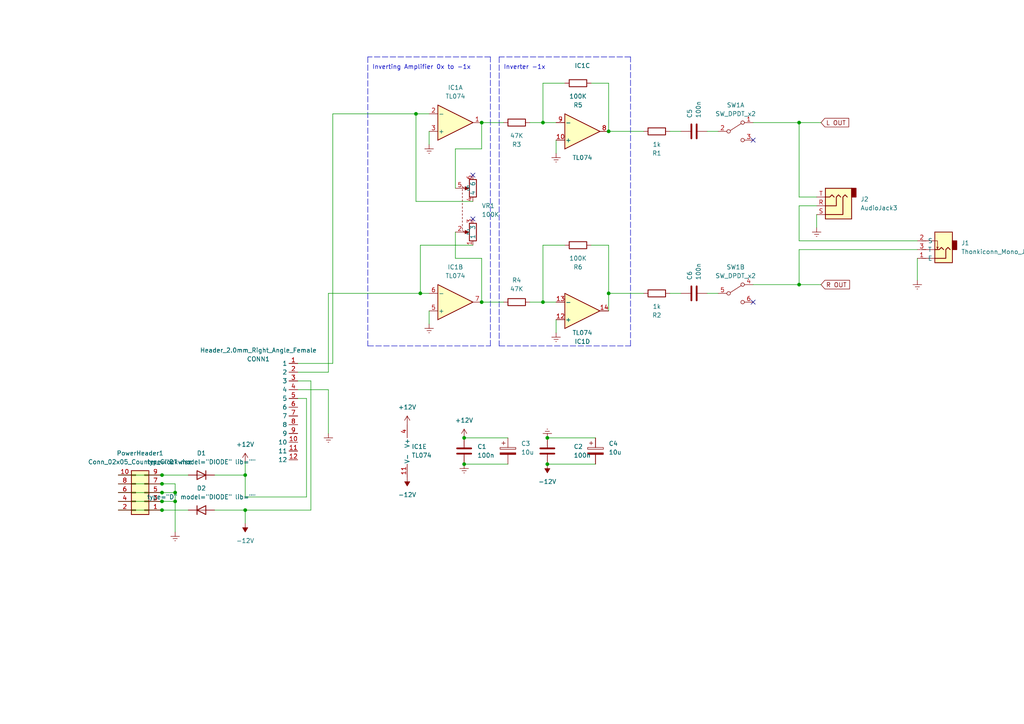
<source format=kicad_sch>
(kicad_sch (version 20211123) (generator eeschema)
  (paper "A4")
  (lib_symbols
    (symbol "Amplifier_Operational:TL074" (pin_names (offset 0.127))
      (property "Reference" "U" (at 0 5.08 0))
      (property "Value" "TL074" (at 0 -5.08 0))
      (symbol "TL074_1_1"
        (polyline (pts (xy -5.08 5.08) (xy 5.08 0) (xy -5.08 -5.08) (xy -5.08 5.08)) (stroke (width 0.254)) (fill (type background)))
        (pin output line (at 7.62 0 180) (length 2.54) (name "~") (number "1"))
        (pin input line (at -7.62 -2.54 0) (length 2.54) (name "-") (number "2"))
        (pin input line (at -7.62 2.54 0) (length 2.54) (name "+") (number "3"))
      )
      (symbol "TL074_2_1"
        (polyline (pts (xy -5.08 5.08) (xy 5.08 0) (xy -5.08 -5.08) (xy -5.08 5.08)) (stroke (width 0.254)) (fill (type background)))
        (pin input line (at -7.62 2.54 0) (length 2.54) (name "+") (number "5"))
        (pin input line (at -7.62 -2.54 0) (length 2.54) (name "-") (number "6"))
        (pin output line (at 7.62 0 180) (length 2.54) (name "~") (number "7"))
      )
      (symbol "TL074_3_1"
        (polyline (pts (xy -5.08 5.08) (xy 5.08 0) (xy -5.08 -5.08) (xy -5.08 5.08)) (stroke (width 0.254)) (fill (type background)))
        (pin input line (at -7.62 2.54 0) (length 2.54) (name "+") (number "10"))
        (pin output line (at 7.62 0 180) (length 2.54) (name "~") (number "8"))
        (pin input line (at -7.62 -2.54 0) (length 2.54) (name "-") (number "9"))
      )
      (symbol "TL074_4_1"
        (polyline (pts (xy -5.08 5.08) (xy 5.08 0) (xy -5.08 -5.08) (xy -5.08 5.08)) (stroke (width 0.254)) (fill (type background)))
        (pin input line (at -7.62 2.54 0) (length 2.54) (name "+") (number "12"))
        (pin input line (at -7.62 -2.54 0) (length 2.54) (name "-") (number "13"))
        (pin output line (at 7.62 0 180) (length 2.54) (name "~") (number "14"))
      )
      (symbol "TL074_5_1"
        (pin power_in line (at -2.54 -7.62 90) (length 3.81) (name "V-") (number "11"))
        (pin power_in line (at -2.54 7.62 270) (length 3.81) (name "V+") (number "4"))
      )
    )
    (symbol "Connector:AudioJack3"
      (property "Reference" "J" (at 0 8.89 0))
      (property "Value" "AudioJack3" (at 0 6.35 0))
      (symbol "AudioJack3_0_1"
        (rectangle (start -5.08 -5.08) (end -6.35 -2.54) (stroke (width 0.254)) (fill (type outline)))
        (polyline (pts (xy 0 -2.54) (xy 0.635 -3.175) (xy 1.27 -2.54) (xy 2.54 -2.54)) (stroke (width 0.254)))
        (polyline (pts (xy -1.905 -2.54) (xy -1.27 -3.175) (xy -0.635 -2.54) (xy -0.635 0) (xy 2.54 0)) (stroke (width 0.254)))
        (polyline (pts (xy 2.54 2.54) (xy -2.54 2.54) (xy -2.54 -2.54) (xy -3.175 -3.175) (xy -3.81 -2.54)) (stroke (width 0.254)))
        (rectangle (start 2.54 3.81) (end -5.08 -5.08) (stroke (width 0.254)) (fill (type background)))
      )
      (symbol "AudioJack3_1_1"
        (pin passive line (at 5.08 0 180) (length 2.54) (name "~") (number "R"))
        (pin passive line (at 5.08 2.54 180) (length 2.54) (name "~") (number "S"))
        (pin passive line (at 5.08 -2.54 180) (length 2.54) (name "~") (number "T"))
      )
    )
    (symbol "Connector_Generic:Conn_02x05_Odd_Even" (pin_names (offset 1.016) hide)
      (property "Reference" "J" (at 1.27 7.62 0))
      (property "Value" "Conn_02x05_Odd_Even" (at 1.27 -7.62 0))
      (symbol "Conn_02x05_Odd_Even_1_1"
        (rectangle (start -1.27 -4.953) (end 0 -5.207) (stroke (width 0.1524)))
        (rectangle (start -1.27 -2.413) (end 0 -2.667) (stroke (width 0.1524)))
        (rectangle (start -1.27 0.127) (end 0 -0.127) (stroke (width 0.1524)))
        (rectangle (start -1.27 2.667) (end 0 2.413) (stroke (width 0.1524)))
        (rectangle (start -1.27 5.207) (end 0 4.953) (stroke (width 0.1524)))
        (rectangle (start -1.27 6.35) (end 3.81 -6.35) (stroke (width 0.254)) (fill (type background)))
        (rectangle (start 3.81 -4.953) (end 2.54 -5.207) (stroke (width 0.1524)))
        (rectangle (start 3.81 -2.413) (end 2.54 -2.667) (stroke (width 0.1524)))
        (rectangle (start 3.81 0.127) (end 2.54 -0.127) (stroke (width 0.1524)))
        (rectangle (start 3.81 2.667) (end 2.54 2.413) (stroke (width 0.1524)))
        (rectangle (start 3.81 5.207) (end 2.54 4.953) (stroke (width 0.1524)))
        (pin passive line (at -5.08 5.08 0) (length 3.81) (name "Pin_1") (number "1"))
        (pin passive line (at 7.62 -5.08 180) (length 3.81) (name "Pin_10") (number "10"))
        (pin passive line (at 7.62 5.08 180) (length 3.81) (name "Pin_2") (number "2"))
        (pin passive line (at -5.08 2.54 0) (length 3.81) (name "Pin_3") (number "3"))
        (pin passive line (at 7.62 2.54 180) (length 3.81) (name "Pin_4") (number "4"))
        (pin passive line (at -5.08 0 0) (length 3.81) (name "Pin_5") (number "5"))
        (pin passive line (at 7.62 0 180) (length 3.81) (name "Pin_6") (number "6"))
        (pin passive line (at -5.08 -2.54 0) (length 3.81) (name "Pin_7") (number "7"))
        (pin passive line (at 7.62 -2.54 180) (length 3.81) (name "Pin_8") (number "8"))
        (pin passive line (at -5.08 -5.08 0) (length 3.81) (name "Pin_9") (number "9"))
      )
    )
    (symbol "Device:C" (pin_numbers hide) (pin_names (offset 0.254))
      (property "Reference" "C" (at 0.635 2.54 0))
      (property "Value" "C" (at 0.635 -2.54 0))
      (symbol "C_0_1"
        (polyline (pts (xy -2.032 -0.762) (xy 2.032 -0.762)) (stroke (width 0.508)))
        (polyline (pts (xy -2.032 0.762) (xy 2.032 0.762)) (stroke (width 0.508)))
      )
      (symbol "C_1_1"
        (pin passive line (at 0 3.81 270) (length 2.794) (name "~") (number "1"))
        (pin passive line (at 0 -3.81 90) (length 2.794) (name "~") (number "2"))
      )
    )
    (symbol "Device:C_Polarized" (pin_numbers hide) (pin_names (offset 0.254))
      (property "Reference" "C" (at 0.635 2.54 0))
      (property "Value" "C_Polarized" (at 0.635 -2.54 0))
      (symbol "C_Polarized_0_1"
        (rectangle (start -2.286 0.508) (end 2.286 1.016))
        (polyline (pts (xy -1.778 2.286) (xy -0.762 2.286)))
        (polyline (pts (xy -1.27 2.794) (xy -1.27 1.778)))
        (rectangle (start 2.286 -0.508) (end -2.286 -1.016) (fill (type outline)))
      )
      (symbol "C_Polarized_1_1"
        (pin passive line (at 0 3.81 270) (length 2.794) (name "~") (number "1"))
        (pin passive line (at 0 -3.81 90) (length 2.794) (name "~") (number "2"))
      )
    )
    (symbol "Device:R" (pin_numbers hide) (pin_names (offset 0))
      (property "Reference" "R" (at 2.032 0 90))
      (property "Value" "R" (at 0 0 90))
      (symbol "R_0_1"
        (rectangle (start -1.016 -2.54) (end 1.016 2.54) (stroke (width 0.254)))
      )
      (symbol "R_1_1"
        (pin passive line (at 0 3.81 270) (length 1.27) (name "~") (number "1"))
        (pin passive line (at 0 -3.81 90) (length 1.27) (name "~") (number "2"))
      )
    )
    (symbol "Eurorack:Header_01x12_2.0mm_Right_Angle_Female"
      (property "Reference" "CONN" (at 0 -1.27 0))
      (property "Value" "Header_01x12_2.0mm_Right_Angle_Female" (at 0 1.27 0))
      (symbol "Header_01x12_2.0mm_Right_Angle_Female_1_1"
        (pin input line (at 0 -3.81 0) (length 2.54) (name "1") (number "1"))
        (pin input line (at 0 -26.67 0) (length 2.54) (name "10") (number "10"))
        (pin input line (at 0 -29.21 0) (length 2.54) (name "11") (number "11"))
        (pin input line (at 0 -31.75 0) (length 2.54) (name "12") (number "12"))
        (pin input line (at 0 -6.35 0) (length 2.54) (name "2") (number "2"))
        (pin input line (at 0 -8.89 0) (length 2.54) (name "3") (number "3"))
        (pin input line (at 0 -11.43 0) (length 2.54) (name "4") (number "4"))
        (pin input line (at 0 -13.97 0) (length 2.54) (name "5") (number "5"))
        (pin input line (at 0 -16.51 0) (length 2.54) (name "6") (number "6"))
        (pin input line (at 0 -19.05 0) (length 2.54) (name "7") (number "7"))
        (pin input line (at 0 -21.59 0) (length 2.54) (name "8") (number "8"))
        (pin input line (at 0 -24.13 0) (length 2.54) (name "9") (number "9"))
      )
    )
    (symbol "Eurorack:Potentiometer_45mm_Slide_Audio_Dual"
      (property "Reference" "VR" (at -1.27 10.16 0))
      (property "Value" "Potentiometer_45mm_Slide_Audio_Dual" (at -1.27 12.7 0))
      (symbol "Potentiometer_45mm_Slide_Audio_Dual_0_1"
        (rectangle (start -10.16 1.016) (end -5.08 -1.016) (stroke (width 0.254)))
        (polyline (pts (xy -7.62 2.54) (xy -7.62 1.524)))
        (polyline (pts (xy -7.62 2.54) (xy -7.62 1.524)))
        (polyline (pts (xy -7.62 2.54) (xy -7.112 3.048)))
        (polyline (pts (xy -6.858 3.048) (xy -6.35 3.048)))
        (polyline (pts (xy -5.842 3.048) (xy -5.334 3.048)))
        (polyline (pts (xy -4.826 3.048) (xy -4.318 3.048)))
        (polyline (pts (xy -3.81 3.048) (xy -3.302 3.048)))
        (polyline (pts (xy -2.794 3.048) (xy -2.286 3.048)))
        (polyline (pts (xy -1.778 3.048) (xy -1.27 3.048)))
        (polyline (pts (xy -0.762 3.048) (xy -0.254 3.048)))
        (polyline (pts (xy 0.254 3.048) (xy 0.762 3.048)))
        (polyline (pts (xy 1.27 3.048) (xy 1.778 3.048)))
        (polyline (pts (xy 2.286 3.048) (xy 2.794 3.048)))
        (polyline (pts (xy 3.302 3.048) (xy 3.81 3.048)))
        (polyline (pts (xy 4.318 3.048) (xy 4.826 3.048)))
        (polyline (pts (xy 5.08 2.54) (xy 5.08 1.524)))
        (polyline (pts (xy 5.08 2.54) (xy 5.08 1.524)))
        (polyline (pts (xy 5.334 3.048) (xy 5.588 3.048) (xy 5.08 2.54)))
        (polyline (pts (xy -7.62 1.143) (xy -8.128 2.286) (xy -7.112 2.286) (xy -7.62 1.143)) (fill (type outline)))
        (polyline (pts (xy 5.08 1.143) (xy 4.572 2.286) (xy 5.588 2.286) (xy 5.08 1.143)) (fill (type outline)))
        (rectangle (start 2.54 1.016) (end 7.62 -1.016) (stroke (width 0.254)))
      )
      (symbol "Potentiometer_45mm_Slide_Audio_Dual_1_1"
        (pin passive line (at -11.43 0 0) (length 1.27) (name "1") (number "1"))
        (pin passive line (at -7.62 5.08 270) (length 2.54) (name "2") (number "2"))
        (pin passive line (at -3.81 0 180) (length 1.27) (name "3") (number "3"))
        (pin passive line (at 1.27 0 0) (length 1.27) (name "4") (number "4"))
        (pin passive line (at 5.08 5.08 270) (length 2.54) (name "5") (number "5"))
        (pin passive line (at 8.89 0 180) (length 1.27) (name "6") (number "6"))
      )
    )
    (symbol "Eurorack:Thonkiconn_Mono_Jack"
      (property "Reference" "J" (at 0 1.27 0))
      (property "Value" "Thonkiconn_Mono_Jack" (at 10.16 3.81 0))
      (symbol "Thonkiconn_Mono_Jack_0_1"
        (rectangle (start -1.27 -2.54) (end 0 -5.08) (stroke (width 0.254)) (fill (type outline)))
        (polyline (pts (xy 4.318 -4.826) (xy 4.572 -4.318)))
        (polyline (pts (xy 8.89 -7.62) (xy 5.08 -7.62)))
        (polyline (pts (xy 8.89 -5.08) (xy 5.08 -5.08)))
        (polyline (pts (xy 2.54 -5.08) (xy 3.175 -4.445) (xy 3.81 -5.08) (xy 5.08 -5.08)) (stroke (width 0.254)))
        (polyline (pts (xy 8.89 -2.54) (xy 4.318 -2.54) (xy 4.318 -4.826) (xy 4.064 -4.318)))
        (polyline (pts (xy 5.08 -7.62) (xy 1.905 -7.62) (xy 1.905 -5.08) (xy 1.27 -4.445) (xy 0.635 -5.08)) (stroke (width 0.254)))
        (rectangle (start 0 0) (end 5.08 -8.89) (stroke (width 0.254)) (fill (type background)))
      )
      (symbol "Thonkiconn_Mono_Jack_1_1"
        (pin passive line (at 10.16 -7.62 180) (length 2.54) (name "E") (number "1"))
        (pin passive line (at 10.16 -2.54 180) (length 2.54) (name "S") (number "2"))
        (pin passive line (at 10.16 -5.08 180) (length 2.54) (name "T") (number "3"))
      )
    )
    (symbol "Simulation_SPICE:DIODE" (pin_numbers hide) (pin_names (offset 1.016) hide)
      (property "Reference" "D" (at 0 2.54 0))
      (property "Value" "DIODE" (at 0 -2.54 0))
      (symbol "DIODE_0_1"
        (polyline (pts (xy 1.27 0) (xy -1.27 0)))
        (polyline (pts (xy 1.27 1.27) (xy 1.27 -1.27)) (stroke (width 0.254)))
        (polyline (pts (xy -1.27 -1.27) (xy -1.27 1.27) (xy 1.27 0) (xy -1.27 -1.27)) (stroke (width 0.254)))
      )
      (symbol "DIODE_1_1"
        (pin passive line (at -3.81 0 0) (length 2.54) (name "A") (number "1"))
        (pin passive line (at 3.81 0 180) (length 2.54) (name "K") (number "2"))
      )
    )
    (symbol "Switch:SW_DPDT_x2" (pin_names (offset 0) hide)
      (property "Reference" "SW" (at 0 4.318 0))
      (property "Value" "SW_DPDT_x2" (at 0 -5.08 0))
      (symbol "SW_DPDT_x2_0_0"
        (circle (center -2.032 0) (radius 0.508))
        (circle (center 2.032 -2.54) (radius 0.508))
      )
      (symbol "SW_DPDT_x2_0_1"
        (polyline (pts (xy -1.524 0.254) (xy 1.651 2.286)))
        (circle (center 2.032 2.54) (radius 0.508))
      )
      (symbol "SW_DPDT_x2_1_1"
        (pin passive line (at 5.08 2.54 180) (length 2.54) (name "A") (number "1"))
        (pin passive line (at -5.08 0 0) (length 2.54) (name "B") (number "2"))
        (pin passive line (at 5.08 -2.54 180) (length 2.54) (name "C") (number "3"))
      )
      (symbol "SW_DPDT_x2_2_1"
        (pin passive line (at 5.08 2.54 180) (length 2.54) (name "A") (number "4"))
        (pin passive line (at -5.08 0 0) (length 2.54) (name "B") (number "5"))
        (pin passive line (at 5.08 -2.54 180) (length 2.54) (name "C") (number "6"))
      )
    )
    (symbol "power:+12V" (power) (pin_names (offset 0))
      (property "Value" "+12V" (at 0 3.556 0))
      (symbol "+12V_0_1"
        (polyline (pts (xy -0.762 1.27) (xy 0 2.54)))
        (polyline (pts (xy 0 0) (xy 0 2.54)))
        (polyline (pts (xy 0 2.54) (xy 0.762 1.27)))
      )
      (symbol "+12V_1_1"
        (pin power_in line (at 0 0 90) (length 0) hide (name "+12V") (number "1"))
      )
    )
    (symbol "power:-12V" (power) (pin_names (offset 0))
      (property "Value" "-12V" (at 0 3.81 0))
      (symbol "-12V_0_0"
        (pin power_in line (at 0 0 90) (length 0) hide (name "-12V") (number "1"))
      )
      (symbol "-12V_0_1"
        (polyline (pts (xy 0 0) (xy 0 1.27) (xy 0.762 1.27) (xy 0 2.54) (xy -0.762 1.27) (xy 0 1.27)) (fill (type outline)))
      )
    )
    (symbol "power:Earth" (power) (pin_names (offset 0))
      (symbol "Earth_0_1"
        (polyline (pts (xy -0.635 -1.905) (xy 0.635 -1.905)))
        (polyline (pts (xy -0.127 -2.54) (xy 0.127 -2.54)))
        (polyline (pts (xy 0 -1.27) (xy 0 0)))
        (polyline (pts (xy 1.27 -1.27) (xy -1.27 -1.27)))
      )
      (symbol "Earth_1_1"
        (pin power_in line (at 0 0 270) (length 0) hide (name "Earth") (number "1"))
      )
    )
  )
  (junction (at 46.99 147.955))
  (junction (at 176.53 38.1))
  (junction (at 158.75 134.62))
  (junction (at 46.99 140.335))
  (junction (at 50.8 142.875))
  (junction (at 46.99 142.875))
  (junction (at 121.92 85.09))
  (junction (at 46.99 145.415))
  (junction (at 134.62 134.62))
  (junction (at 50.8 145.415))
  (junction (at 157.48 35.56))
  (junction (at 71.12 137.795))
  (junction (at 176.53 85.09))
  (junction (at 139.7 87.63))
  (junction (at 157.48 87.63))
  (junction (at 120.65 33.02))
  (junction (at 134.62 127))
  (junction (at 71.12 147.955))
  (junction (at 231.775 35.56))
  (junction (at 231.775 82.55))
  (junction (at 158.75 127))
  (junction (at 46.99 137.795))
  (junction (at 139.7 35.56))
  (no_connect (at 218.44 87.63))
  (no_connect (at 218.44 40.64))
  (no_connect (at 137.16 50.8))
  (no_connect (at 137.16 63.5))
  (polyline (pts (xy 106.68 16.51) (xy 106.68 100.33)))
  (polyline (pts (xy 182.88 16.51) (xy 144.78 16.51)))
  (wire (pts (xy 86.36 110.49) (xy 90.17 110.49)))
  (wire (pts (xy 176.53 71.12) (xy 176.53 85.09)))
  (wire (pts (xy 34.29 137.795) (xy 46.99 137.795)))
  (wire (pts (xy 34.29 140.335) (xy 46.99 140.335)))
  (wire (pts (xy 34.29 147.955) (xy 46.99 147.955)))
  (wire (pts (xy 194.31 38.1) (xy 197.485 38.1)))
  (wire (pts (xy 86.36 105.41) (xy 96.52 105.41)))
  (wire (pts (xy 157.48 71.12) (xy 157.48 87.63)))
  (wire (pts (xy 231.775 69.85) (xy 231.775 59.69)))
  (wire (pts (xy 62.23 137.795) (xy 71.12 137.795)))
  (wire (pts (xy 50.8 145.415) (xy 46.99 145.415)))
  (wire (pts (xy 132.08 67.31) (xy 132.08 74.93)))
  (wire (pts (xy 132.08 74.93) (xy 139.7 74.93)))
  (wire (pts (xy 90.17 147.955) (xy 90.17 110.49)))
  (wire (pts (xy 50.8 140.335) (xy 46.99 140.335)))
  (wire (pts (xy 50.8 142.875) (xy 46.99 142.875)))
  (wire (pts (xy 186.69 85.09) (xy 176.53 85.09)))
  (wire (pts (xy 46.99 147.955) (xy 54.61 147.955)))
  (wire (pts (xy 124.46 38.1) (xy 124.46 41.91)))
  (wire (pts (xy 132.08 54.61) (xy 132.08 43.18)))
  (wire (pts (xy 34.29 142.875) (xy 46.99 142.875)))
  (wire (pts (xy 120.65 58.42) (xy 120.65 33.02)))
  (wire (pts (xy 157.48 35.56) (xy 161.29 35.56)))
  (wire (pts (xy 158.75 127) (xy 172.72 127)))
  (wire (pts (xy 95.25 85.09) (xy 121.92 85.09)))
  (wire (pts (xy 176.53 24.13) (xy 176.53 38.1)))
  (wire (pts (xy 134.62 127) (xy 147.32 127)))
  (wire (pts (xy 96.52 33.02) (xy 120.65 33.02)))
  (polyline (pts (xy 144.78 16.51) (xy 144.78 100.33)))
  (wire (pts (xy 236.855 62.23) (xy 236.855 66.04)))
  (polyline (pts (xy 182.88 100.33) (xy 182.88 16.51)))
  (wire (pts (xy 88.9 144.145) (xy 88.9 115.57)))
  (wire (pts (xy 139.7 87.63) (xy 146.05 87.63)))
  (wire (pts (xy 153.67 35.56) (xy 157.48 35.56)))
  (wire (pts (xy 157.48 24.13) (xy 157.48 35.56)))
  (wire (pts (xy 157.48 87.63) (xy 161.29 87.63)))
  (wire (pts (xy 86.36 113.03) (xy 95.25 113.03)))
  (wire (pts (xy 161.29 40.64) (xy 161.29 44.45)))
  (wire (pts (xy 95.25 113.03) (xy 95.25 125.73)))
  (wire (pts (xy 34.29 145.415) (xy 46.99 145.415)))
  (wire (pts (xy 231.775 59.69) (xy 236.855 59.69)))
  (wire (pts (xy 231.775 72.39) (xy 231.775 82.55)))
  (wire (pts (xy 132.08 43.18) (xy 139.7 43.18)))
  (wire (pts (xy 163.83 24.13) (xy 157.48 24.13)))
  (wire (pts (xy 171.45 24.13) (xy 176.53 24.13)))
  (wire (pts (xy 161.29 92.71) (xy 161.29 96.52)))
  (wire (pts (xy 231.775 35.56) (xy 238.125 35.56)))
  (wire (pts (xy 134.62 134.62) (xy 147.32 134.62)))
  (wire (pts (xy 266.065 74.93) (xy 266.065 81.28)))
  (wire (pts (xy 158.75 134.62) (xy 172.72 134.62)))
  (wire (pts (xy 95.25 85.09) (xy 95.25 107.95)))
  (wire (pts (xy 218.44 82.55) (xy 231.775 82.55)))
  (polyline (pts (xy 142.24 16.51) (xy 106.68 16.51)))
  (wire (pts (xy 96.52 33.02) (xy 96.52 105.41)))
  (wire (pts (xy 86.36 115.57) (xy 88.9 115.57)))
  (wire (pts (xy 86.36 107.95) (xy 95.25 107.95)))
  (wire (pts (xy 139.7 43.18) (xy 139.7 35.56)))
  (polyline (pts (xy 106.68 100.33) (xy 142.24 100.33)))
  (polyline (pts (xy 142.24 100.33) (xy 142.24 16.51)))
  (wire (pts (xy 205.105 85.09) (xy 208.28 85.09)))
  (wire (pts (xy 236.855 57.15) (xy 231.775 57.15)))
  (wire (pts (xy 231.775 72.39) (xy 266.065 72.39)))
  (wire (pts (xy 71.12 147.955) (xy 71.12 151.765)))
  (wire (pts (xy 62.23 147.955) (xy 71.12 147.955)))
  (wire (pts (xy 121.92 85.09) (xy 124.46 85.09)))
  (wire (pts (xy 194.31 85.09) (xy 197.485 85.09)))
  (wire (pts (xy 124.46 90.17) (xy 124.46 93.98)))
  (wire (pts (xy 71.12 144.145) (xy 88.9 144.145)))
  (wire (pts (xy 231.775 35.56) (xy 231.775 57.15)))
  (wire (pts (xy 121.92 71.12) (xy 121.92 85.09)))
  (wire (pts (xy 137.16 71.12) (xy 121.92 71.12)))
  (wire (pts (xy 153.67 87.63) (xy 157.48 87.63)))
  (wire (pts (xy 50.8 145.415) (xy 50.8 142.875)))
  (wire (pts (xy 171.45 71.12) (xy 176.53 71.12)))
  (wire (pts (xy 205.105 38.1) (xy 208.28 38.1)))
  (wire (pts (xy 50.8 142.875) (xy 50.8 140.335)))
  (wire (pts (xy 71.12 147.955) (xy 90.17 147.955)))
  (wire (pts (xy 120.65 33.02) (xy 124.46 33.02)))
  (polyline (pts (xy 144.78 100.33) (xy 182.88 100.33)))
  (wire (pts (xy 231.775 82.55) (xy 238.125 82.55)))
  (wire (pts (xy 71.12 137.795) (xy 71.12 144.145)))
  (wire (pts (xy 46.99 137.795) (xy 54.61 137.795)))
  (wire (pts (xy 218.44 35.56) (xy 231.775 35.56)))
  (wire (pts (xy 71.12 133.985) (xy 71.12 137.795)))
  (wire (pts (xy 50.8 154.305) (xy 50.8 145.415)))
  (wire (pts (xy 266.065 69.85) (xy 231.775 69.85)))
  (wire (pts (xy 139.7 74.93) (xy 139.7 87.63)))
  (wire (pts (xy 120.65 58.42) (xy 137.16 58.42)))
  (wire (pts (xy 176.53 90.17) (xy 176.53 85.09)))
  (wire (pts (xy 139.7 35.56) (xy 146.05 35.56)))
  (wire (pts (xy 186.69 38.1) (xy 176.53 38.1)))
  (wire (pts (xy 163.83 71.12) (xy 157.48 71.12)))
  (text "Inverter -1x" (at 146.05 20.32 0) (effects (font (size 1.27 1.27)) (justify left bottom)))
  (text "Inverting Amplifier 0x to -1x" (at 107.95 20.32 0) (effects (font (size 1.27 1.27)) (justify left bottom)))
  (global_label "R OUT" (shape input) (at 238.125 82.55 0) (property "Intersheet References" "${INTERSHEET_REFS}" (effects hide)))
  (global_label "L OUT" (shape input) (at 238.125 35.56 0) (property "Intersheet References" "${INTERSHEET_REFS}" (effects hide)))
  (symbol (lib_id "power:Earth") (at 161.29 44.45 0) (unit 1)
    (property "Reference" "#PWR0108" (effects hide))
    (property "Value" "Earth" (effects hide))
  )
  (symbol (lib_id "Device:C") (at 201.295 38.1 90) (unit 1)
    (property "Reference" "C5" (at 200.0249 34.29 0) (effects (justify left)))
    (property "Value" "100n" (at 202.5649 34.29 0) (effects (justify left)))
    (property "Footprint" "Capacitor_THT:C_Disc_D4.7mm_W2.5mm_P5.00mm" (effects hide))
  )
  (symbol (lib_id "power:Earth") (at 124.46 41.91 0) (unit 1)
    (property "Reference" "#PWR0107" (effects hide))
    (property "Value" "Earth" (effects hide))
  )
  (symbol (lib_id "Switch:SW_DPDT_x2") (at 213.36 85.09 0) (unit 2)
    (property "Reference" "SW1" (at 213.36 77.47 0))
    (property "Value" "SW_DPDT_x2" (at 213.36 80.01 0))
    (property "Footprint" "Eurorack:Sub-Miniature Toggle Switch DPDT" (effects hide))
  )
  (symbol (lib_id "Device:C") (at 158.75 130.81 0) (unit 1)
    (property "Reference" "C2" (at 166.37 129.5399 0) (effects (justify left)))
    (property "Value" "100n" (at 166.37 132.0799 0) (effects (justify left)))
    (property "Footprint" "Capacitor_THT:C_Disc_D4.7mm_W2.5mm_P5.00mm" (effects hide))
  )
  (symbol (lib_id "power:Earth") (at 236.855 66.04 0) (unit 1)
    (property "Reference" "#PWR0102" (effects hide))
    (property "Value" "Earth" (effects hide))
  )
  (symbol (lib_id "power:Earth") (at 95.25 125.73 0) (unit 1)
    (property "Reference" "#PWR0112" (effects hide))
    (property "Value" "Earth" (effects hide))
  )
  (symbol (lib_id "Device:R") (at 149.86 87.63 90) (unit 1)
    (property "Reference" "R4" (at 149.86 81.28 90))
    (property "Value" "47K" (at 149.86 83.82 90))
    (property "Footprint" "Eurorack:Resistor 0.25W Through-Hole" (effects hide))
  )
  (symbol (lib_id "power:-12V") (at 158.75 134.62 180) (unit 1)
    (property "Reference" "#PWR0105" (effects hide))
    (property "Value" "-12V" (at 158.75 139.7 0))
  )
  (symbol (lib_id "power:Earth") (at 124.46 93.98 0) (unit 1)
    (property "Reference" "#PWR0106" (effects hide))
    (property "Value" "Earth" (effects hide))
  )
  (symbol (lib_id "Device:R") (at 167.64 24.13 90) (mirror x) (unit 1)
    (property "Reference" "R5" (at 167.64 30.48 90))
    (property "Value" "100K" (at 167.64 27.94 90))
    (property "Footprint" "Eurorack:Resistor 0.25W Through-Hole" (effects hide))
  )
  (symbol (lib_id "power:-12V") (at 118.11 138.43 180) (unit 1)
    (property "Reference" "#PWR0114" (effects hide))
    (property "Value" "-12V" (at 118.11 143.51 0))
  )
  (symbol (lib_id "power:-12V") (at 71.12 151.765 180) (unit 1)
    (property "Reference" "#PWR0111" (effects hide))
    (property "Value" "-12V" (at 71.12 156.845 0))
  )
  (symbol (lib_id "Device:R") (at 167.64 71.12 90) (mirror x) (unit 1)
    (property "Reference" "R6" (at 167.64 77.47 90))
    (property "Value" "100K" (at 167.64 74.93 90))
    (property "Footprint" "Eurorack:Resistor 0.25W Through-Hole" (effects hide))
  )
  (symbol (lib_id "power:Earth") (at 158.75 127 180) (unit 1)
    (property "Reference" "#PWR0113" (effects hide))
    (property "Value" "Earth" (effects hide))
  )
  (symbol (lib_id "Simulation_SPICE:DIODE") (at 58.42 137.795 0) (unit 1)
    (property "Reference" "D1" (at 58.42 131.445 0))
    (property "Value" "DIODE" (at 58.42 133.985 0))
    (property "Footprint" "Diode_THT:D_DO-41_SOD81_P2.54mm_Vertical_AnodeUp" (effects hide))
    (property "Spice_Netlist_Enabled" "Y" (effects hide))
    (property "Spice_Primitive" "D" (effects hide))
  )
  (symbol (lib_id "Device:R") (at 190.5 38.1 90) (mirror x) (unit 1)
    (property "Reference" "R1" (at 190.5 44.45 90))
    (property "Value" "1k" (at 190.5 41.91 90))
    (property "Footprint" "Eurorack:Resistor 0.25W Through-Hole" (effects hide))
  )
  (symbol (lib_id "power:+12V") (at 118.11 123.19 0) (unit 1)
    (property "Reference" "#PWR0115" (effects hide))
    (property "Value" "+12V" (at 118.11 118.11 0))
  )
  (symbol (lib_id "power:Earth") (at 50.8 154.305 0) (unit 1)
    (property "Reference" "#PWR0101" (effects hide))
    (property "Value" "Earth" (effects hide))
  )
  (symbol (lib_id "power:+12V") (at 134.62 127 0) (unit 1)
    (property "Reference" "#PWR0104" (effects hide))
    (property "Value" "+12V" (at 134.62 121.92 0))
  )
  (symbol (lib_id "power:Earth") (at 161.29 96.52 0) (unit 1)
    (property "Reference" "#PWR0109" (effects hide))
    (property "Value" "Earth" (effects hide))
  )
  (symbol (lib_id "Amplifier_Operational:TL074") (at 132.08 35.56 0) (mirror x) (unit 1)
    (property "Reference" "IC1" (at 132.08 25.4 0))
    (property "Value" "TL074" (at 132.08 27.94 0))
    (property "Footprint" "Eurorack:DIP-14 IC Socket" (effects hide))
    (property "Datasheet" "http://www.ti.com/lit/ds/symlink/tl071.pdf" (effects hide))
  )
  (symbol (lib_id "Connector:AudioJack3") (at 241.935 59.69 180) (unit 1)
    (property "Reference" "J2" (at 249.555 57.7849 0) (effects (justify right)))
    (property "Value" "AudioJack3" (at 249.555 60.3249 0) (effects (justify right)))
    (property "Footprint" "Eurorack:Thonkiconn Stereo Jack" (effects hide))
  )
  (symbol (lib_id "power:+12V") (at 71.12 133.985 0) (unit 1)
    (property "Reference" "#PWR0117" (effects hide))
    (property "Value" "+12V" (at 71.12 128.905 0))
  )
  (symbol (lib_id "Device:R") (at 149.86 35.56 90) (mirror x) (unit 1)
    (property "Reference" "R3" (at 149.86 41.91 90))
    (property "Value" "47K" (at 149.86 39.37 90))
    (property "Footprint" "Eurorack:Resistor 0.25W Through-Hole" (effects hide))
  )
  (symbol (lib_id "Eurorack:Thonkiconn_Mono_Jack") (at 276.225 67.31 0) (mirror y) (unit 1)
    (property "Reference" "J1" (at 278.765 70.4849 0) (effects (justify right)))
    (property "Value" "Thonkiconn_Mono_Jack" (at 278.765 73.0249 0) (effects (justify right)))
    (property "Footprint" "Eurorack:Thonkiconn Mono Jack" (effects hide))
  )
  (symbol (lib_id "Device:C") (at 134.62 130.81 0) (unit 1)
    (property "Reference" "C1" (at 138.43 129.5399 0) (effects (justify left)))
    (property "Value" "100n" (at 138.43 132.0799 0) (effects (justify left)))
    (property "Footprint" "Capacitor_THT:C_Disc_D4.7mm_W2.5mm_P5.00mm" (effects hide))
  )
  (symbol (lib_id "Device:R") (at 190.5 85.09 90) (mirror x) (unit 1)
    (property "Reference" "R2" (at 190.5 91.44 90))
    (property "Value" "1k" (at 190.5 88.9 90))
    (property "Footprint" "Eurorack:Resistor 0.25W Through-Hole" (effects hide))
  )
  (symbol (lib_id "Device:C_Polarized") (at 147.32 130.81 0) (unit 1)
    (property "Reference" "C3" (at 151.13 128.6509 0) (effects (justify left)))
    (property "Value" "10u" (at 151.13 131.1909 0) (effects (justify left)))
    (property "Footprint" "Capacitor_THT:CP_Radial_D4.0mm_P2.00mm" (effects hide))
  )
  (symbol (lib_id "Amplifier_Operational:TL074") (at 132.08 87.63 0) (mirror x) (unit 2)
    (property "Reference" "IC1" (at 132.08 77.47 0))
    (property "Value" "TL074" (at 132.08 80.01 0))
    (property "Footprint" "Eurorack:DIP-14 IC Socket" (effects hide))
    (property "Datasheet" "http://www.ti.com/lit/ds/symlink/tl071.pdf" (effects hide))
  )
  (symbol (lib_id "Eurorack:Header_01x12_2.0mm_Right_Angle_Female") (at 86.36 101.6 0) (mirror y) (unit 1)
    (property "Reference" "CONN1" (at 74.93 104.14 0))
    (property "Value" "Header_2.0mm_Right_Angle_Female" (at 74.93 101.6 0))
    (property "Footprint" "Eurorack:Header 01x12 2.0mm Right Angle Female" (effects hide))
  )
  (symbol (lib_id "Amplifier_Operational:TL074") (at 168.91 90.17 0) (mirror x) (unit 4)
    (property "Reference" "IC1" (at 168.91 99.06 0))
    (property "Value" "TL074" (at 168.91 96.52 0))
    (property "Footprint" "Eurorack:DIP-14 IC Socket" (effects hide))
    (property "Datasheet" "http://www.ti.com/lit/ds/symlink/tl071.pdf" (effects hide))
  )
  (symbol (lib_id "Amplifier_Operational:TL074") (at 120.65 130.81 0) (unit 5)
    (property "Reference" "IC1" (at 119.38 129.5399 0) (effects (justify left)))
    (property "Value" "TL074" (at 119.38 132.0799 0) (effects (justify left)))
    (property "Footprint" "Eurorack:DIP-14 IC Socket" (effects hide))
    (property "Datasheet" "http://www.ti.com/lit/ds/symlink/tl071.pdf" (effects hide))
  )
  (symbol (lib_id "Simulation_SPICE:DIODE") (at 58.42 147.955 180) (unit 1)
    (property "Reference" "D2" (at 58.42 141.605 0))
    (property "Value" "DIODE" (at 58.42 144.145 0))
    (property "Footprint" "Diode_THT:D_DO-41_SOD81_P2.54mm_Vertical_AnodeUp" (effects hide))
    (property "Spice_Netlist_Enabled" "Y" (effects hide))
    (property "Spice_Primitive" "D" (effects hide))
  )
  (symbol (lib_id "Eurorack:Potentiometer_45mm_Slide_Audio_Dual") (at 137.16 59.69 90) (unit 1)
    (property "Reference" "VR1" (at 139.7 59.6899 90) (effects (justify right)))
    (property "Value" "100K" (at 139.7 62.2299 90) (effects (justify right)))
    (property "Footprint" "Eurorack:Potentiometer 45mm Slide Audio" (effects hide))
  )
  (symbol (lib_id "power:Earth") (at 266.065 81.28 0) (unit 1)
    (property "Reference" "#PWR0103" (effects hide))
    (property "Value" "Earth" (effects hide))
  )
  (symbol (lib_id "Connector_Generic:Conn_02x05_Odd_Even") (at 41.91 142.875 180) (unit 1)
    (property "Reference" "PowerHeader1" (at 40.64 131.445 0))
    (property "Value" "Conn_02x05_Counter_Clockwise" (at 40.64 133.985 0))
    (property "Footprint" "Eurorack:Eurorack Power Header" (effects hide))
  )
  (symbol (lib_id "power:Earth") (at 134.62 134.62 0) (unit 1)
    (property "Reference" "#PWR0110" (effects hide))
    (property "Value" "Earth" (effects hide))
  )
  (symbol (lib_id "Switch:SW_DPDT_x2") (at 213.36 38.1 0) (unit 1)
    (property "Reference" "SW1" (at 213.36 30.48 0))
    (property "Value" "SW_DPDT_x2" (at 213.36 33.02 0))
    (property "Footprint" "Eurorack:Sub-Miniature Toggle Switch DPDT" (effects hide))
  )
  (symbol (lib_id "Device:C") (at 201.295 85.09 90) (unit 1)
    (property "Reference" "C6" (at 200.0249 81.28 0) (effects (justify left)))
    (property "Value" "100n" (at 202.5649 81.28 0) (effects (justify left)))
    (property "Footprint" "Capacitor_THT:C_Disc_D4.7mm_W2.5mm_P5.00mm" (effects hide))
  )
  (symbol (lib_id "Device:C_Polarized") (at 172.72 130.81 0) (unit 1)
    (property "Reference" "C4" (at 176.53 128.6509 0) (effects (justify left)))
    (property "Value" "10u" (at 176.53 131.1909 0) (effects (justify left)))
    (property "Footprint" "Capacitor_THT:CP_Radial_D4.0mm_P2.00mm" (effects hide))
  )
  (symbol (lib_id "Amplifier_Operational:TL074") (at 168.91 38.1 0) (mirror x) (unit 3)
    (property "Reference" "IC1" (at 168.91 19.05 0))
    (property "Value" "TL074" (at 168.91 45.72 0))
    (property "Footprint" "Eurorack:DIP-14 IC Socket" (effects hide))
    (property "Datasheet" "http://www.ti.com/lit/ds/symlink/tl071.pdf" (effects hide))
  )
)
</source>
